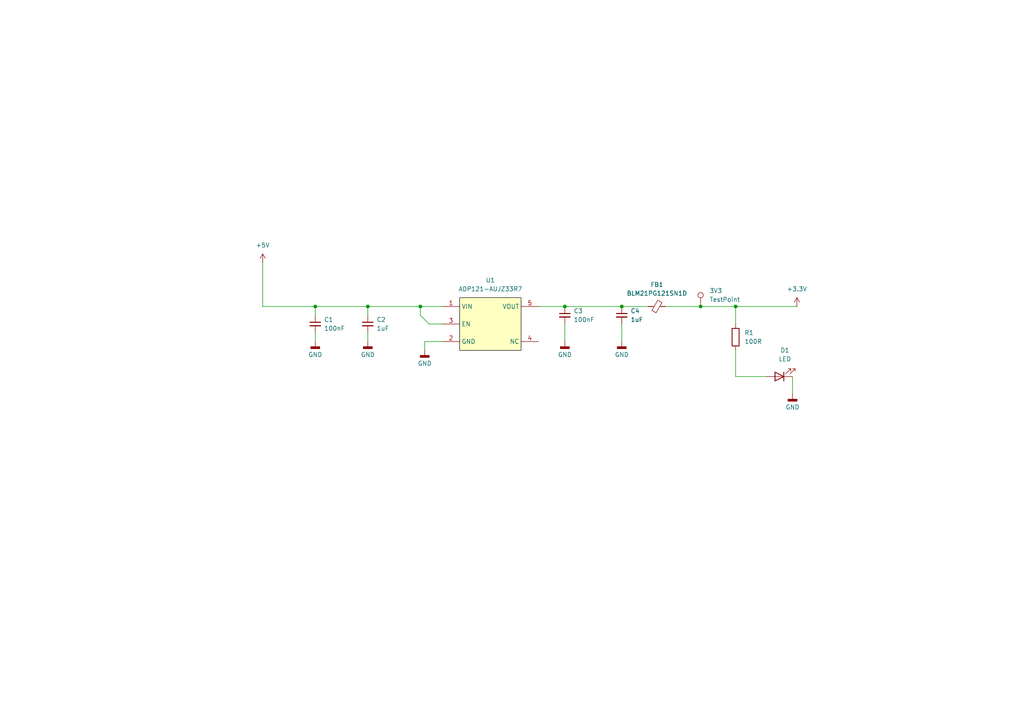
<source format=kicad_sch>
(kicad_sch (version 20250114) (generator "eeschema") (generator_version "9.0")
  (paper "A4")
  (title_block (title "ESP MACRO PAD") (rev "1") (company "Ronald Tun"))
  (lib_symbols
    (symbol "Connector:TestPoint" (pin_numbers (hide yes)) (pin_names (offset 0.762) (hide yes))
      (property "Reference" "TP" (at 0 6.858 0))
      (property "Value" "TestPoint" (at 0 5.08 0))
      (symbol "TestPoint_0_1"
        (circle (center 0 3.302) (radius 0.762))
      )
      (symbol "TestPoint_1_1"
        (pin passive line (at 0 0 90) (length 2.54) (name "1") (number "1"))
      )
    )
    (symbol "Device:C_Small" (pin_numbers (hide yes)) (pin_names (offset 0.254) (hide yes))
      (property "Reference" "C" (at 0.254 1.778 0))
      (property "Value" "C_Small" (at 0.254 -2.032 0))
      (symbol "C_Small_0_1"
        (polyline (pts (xy -1.524 0.508) (xy 1.524 0.508)) (stroke (width 0.3048)))
        (polyline (pts (xy -1.524 -0.508) (xy 1.524 -0.508)) (stroke (width 0.3302)))
      )
      (symbol "C_Small_1_1"
        (pin passive line (at 0 2.54 270) (length 2.032) (name "~") (number "1"))
        (pin passive line (at 0 -2.54 90) (length 2.032) (name "~") (number "2"))
      )
    )
    (symbol "Device:FerriteBead_Small" (pin_numbers (hide yes)) (pin_names (offset 0))
      (property "Reference" "FB" (at 1.905 1.27 0))
      (property "Value" "FerriteBead_Small" (at 1.905 -1.27 0))
      (symbol "FerriteBead_Small_0_1"
        (polyline (pts (xy -1.8288 0.2794) (xy -1.1176 1.4986) (xy 1.8288 -0.2032) (xy 1.1176 -1.4224) (xy -1.8288 0.2794)))
        (polyline (pts (xy 0 0.889) (xy 0 1.2954)))
        (polyline (pts (xy 0 -1.27) (xy 0 -0.7874)))
      )
      (symbol "FerriteBead_Small_1_1"
        (pin passive line (at 0 2.54 270) (length 1.27) (name "~") (number "1"))
        (pin passive line (at 0 -2.54 90) (length 1.27) (name "~") (number "2"))
      )
    )
    (symbol "Device:LED" (pin_numbers (hide yes)) (pin_names (offset 1.016) (hide yes))
      (property "Reference" "D" (at 0 2.54 0))
      (property "Value" "LED" (at 0 -2.54 0))
      (symbol "LED_0_1"
        (polyline (pts (xy -3.048 -0.762) (xy -4.572 -2.286) (xy -3.81 -2.286) (xy -4.572 -2.286) (xy -4.572 -1.524)))
        (polyline (pts (xy -1.778 -0.762) (xy -3.302 -2.286) (xy -2.54 -2.286) (xy -3.302 -2.286) (xy -3.302 -1.524)))
        (polyline (pts (xy -1.27 0) (xy 1.27 0)))
        (polyline (pts (xy -1.27 -1.27) (xy -1.27 1.27)) (stroke (width 0.254)))
        (polyline (pts (xy 1.27 -1.27) (xy 1.27 1.27) (xy -1.27 0) (xy 1.27 -1.27)) (stroke (width 0.254)))
      )
      (symbol "LED_1_1"
        (pin passive line (at -3.81 0 0) (length 2.54) (name "K") (number "1"))
        (pin passive line (at 3.81 0 180) (length 2.54) (name "A") (number "2"))
      )
    )
    (symbol "Device:R" (pin_numbers (hide yes)) (pin_names (offset 0))
      (property "Reference" "R" (at 2.032 0 90))
      (property "Value" "R" (at 0 0 90))
      (symbol "R_0_1"
        (rectangle (start -1.016 -2.54) (end 1.016 2.54) (stroke (width 0.254)))
      )
      (symbol "R_1_1"
        (pin passive line (at 0 3.81 270) (length 1.27) (name "~") (number "1"))
        (pin passive line (at 0 -3.81 90) (length 1.27) (name "~") (number "2"))
      )
    )
    (symbol "ESP_32_MacroPad-altium-import:Power_0_ADP121-AUJZ33R7_Curtin Motorsport Team"
      (symbol "Power_0_ADP121-AUJZ33R7_Curtin Motorsport Team_1_0"
        (rectangle (start 22.86 2.54) (end 5.08 -12.7) (stroke (width 0) (color 0 0 0 1)) (fill (type background)))
        (pin passive line (at 0 0 0) (length 5.08) (name "VIN") (number "1"))
        (pin passive line (at 0 -5.08 0) (length 5.08) (name "EN") (number "3"))
        (pin passive line (at 0 -10.16 0) (length 5.08) (name "GND") (number "2"))
        (pin passive line (at 27.94 0 180) (length 5.08) (name "VOUT") (number "5"))
        (pin passive line (at 27.94 -10.16 180) (length 5.08) (name "NC") (number "4"))
      )
    )
    (symbol "power:+3.3V" (power) (pin_numbers (hide yes)) (pin_names (offset 0) (hide yes))
      (property "Value" "+3.3V" (at 0 3.556 0))
      (symbol "+3.3V_0_1"
        (polyline (pts (xy -0.762 1.27) (xy 0 2.54)))
        (polyline (pts (xy 0 2.54) (xy 0.762 1.27)))
        (polyline (pts (xy 0 0) (xy 0 2.54)))
      )
      (symbol "+3.3V_1_1"
        (pin power_in line (at 0 0 90) (length 0) (name "~") (number "1"))
      )
    )
    (symbol "power:+5V" (power) (pin_numbers (hide yes)) (pin_names (offset 0) (hide yes))
      (property "Value" "+5V" (at 0 3.556 0))
      (symbol "+5V_0_1"
        (polyline (pts (xy -0.762 1.27) (xy 0 2.54)))
        (polyline (pts (xy 0 2.54) (xy 0.762 1.27)))
        (polyline (pts (xy 0 0) (xy 0 2.54)))
      )
      (symbol "+5V_1_1"
        (pin power_in line (at 0 0 90) (length 0) (name "~") (number "1"))
      )
    )
    (symbol "power:GNDD" (power) (pin_numbers (hide yes)) (pin_names (offset 0) (hide yes))
      (property "Value" "GNDD" (at 0 -3.175 0))
      (symbol "GNDD_0_1"
        (rectangle (start -1.27 -1.524) (end 1.27 -2.032) (stroke (width 0.254)) (fill (type outline)))
        (polyline (pts (xy 0 0) (xy 0 -1.524)))
      )
      (symbol "GNDD_1_1"
        (pin power_in line (at 0 0 270) (length 0) (name "~") (number "1"))
      )
    )
  )
  (junction (at 163.83 88.9))
  (junction (at 106.68 88.9))
  (junction (at 121.92 88.9))
  (junction (at 213.36 88.9))
  (junction (at 180.34 88.9))
  (junction (at 91.44 88.9))
  (junction (at 203.2 88.9))
  (wire (pts (xy 213.36 88.9) (xy 231.14 88.9)))
  (wire (pts (xy 213.36 88.9) (xy 213.36 93.98)))
  (wire (pts (xy 163.83 93.98) (xy 163.83 99.06)))
  (wire (pts (xy 91.44 88.9) (xy 106.68 88.9)))
  (wire (pts (xy 121.92 88.9) (xy 128.27 88.9)))
  (wire (pts (xy 163.83 88.9) (xy 180.34 88.9)))
  (wire (pts (xy 76.2 88.9) (xy 91.44 88.9)))
  (wire (pts (xy 180.34 93.98) (xy 180.34 99.06)))
  (wire (pts (xy 123.19 101.6) (xy 123.19 99.06)))
  (wire (pts (xy 203.2 88.9) (xy 213.36 88.9)))
  (wire (pts (xy 124.46 93.98) (xy 121.92 91.44)))
  (wire (pts (xy 229.87 109.22) (xy 229.87 114.3)))
  (wire (pts (xy 106.68 88.9) (xy 106.68 91.44)))
  (wire (pts (xy 193.04 88.9) (xy 203.2 88.9)))
  (wire (pts (xy 213.36 109.22) (xy 222.25 109.22)))
  (wire (pts (xy 213.36 101.6) (xy 213.36 109.22)))
  (wire (pts (xy 106.68 88.9) (xy 121.92 88.9)))
  (wire (pts (xy 91.44 99.06) (xy 91.44 96.52)))
  (wire (pts (xy 123.19 99.06) (xy 128.27 99.06)))
  (wire (pts (xy 121.92 88.9) (xy 121.92 91.44)))
  (wire (pts (xy 91.44 88.9) (xy 91.44 91.44)))
  (wire (pts (xy 128.27 93.98) (xy 124.46 93.98)))
  (wire (pts (xy 76.2 76.2) (xy 76.2 88.9)))
  (wire (pts (xy 106.68 96.52) (xy 106.68 99.06)))
  (wire (pts (xy 156.21 88.9) (xy 163.83 88.9)))
  (wire (pts (xy 180.34 88.9) (xy 187.96 88.9)))
  (symbol (lib_id "power:GNDD") (at 123.19 101.6 0) (unit 1)
    (property "Reference" "#PWR04" (effects (hide yes)))
    (property "Value" "GND" (at 123.19 105.41 0))
    (property "Description" "Power symbol creates a global label with name \"GNDD\" , digital ground" (effects (hide yes)))
  )
  (symbol (lib_id "power:+3.3V") (at 231.14 88.9 0) (unit 1)
    (property "Reference" "#PWR08" (effects (hide yes)))
    (property "Value" "+3.3V" (at 231.14 83.82 0))
    (property "Description" "Power symbol creates a global label with name \"+3.3V\"" (effects (hide yes)))
  )
  (symbol (lib_id "Device:C_Small") (at 106.68 93.98 0) (unit 1)
    (property "Reference" "C2" (at 109.22 92.7162 0) (effects (justify left)))
    (property "Value" "1uF" (at 109.22 95.2562 0) (effects (justify left)))
    (property "Description" "Unpolarized capacitor, small symbol" (effects (hide yes)))
  )
  (symbol (lib_id "Device:FerriteBead_Small") (at 190.5 88.9 270) (unit 1)
    (property "Reference" "FB1" (at 190.5381 82.55 90))
    (property "Value" "BLM21PG121SN1D" (at 190.5381 85.09 90))
    (property "Footprint" "Inductor_SMD:L_0603_1608Metric_Pad1.05x0.95mm_HandSolder" (effects (hide yes)))
    (property "Datasheet" "https://www.murata.com/en-us/products/en-us/products/productdata/8796738977822/ENFA0005.pdf" (effects (hide yes)))
    (property "Description" "Ferrite bead, small symbol" (effects (hide yes)))
  )
  (symbol (lib_id "Device:C_Small") (at 163.83 91.44 0) (unit 1)
    (property "Reference" "C3" (at 166.37 90.1762 0) (effects (justify left)))
    (property "Value" "100nF" (at 166.37 92.7162 0) (effects (justify left)))
    (property "Description" "Unpolarized capacitor, small symbol" (effects (hide yes)))
  )
  (symbol (lib_id "power:GNDD") (at 180.34 99.06 0) (unit 1)
    (property "Reference" "#PWR06" (effects (hide yes)))
    (property "Value" "GND" (at 180.34 102.87 0))
    (property "Description" "Power symbol creates a global label with name \"GNDD\" , digital ground" (effects (hide yes)))
  )
  (symbol (lib_id "ESP_32_MacroPad-altium-import:Power_0_ADP121-AUJZ33R7_Curtin Motorsport Team") (at 128.27 88.9 0) (unit 1)
    (property "Reference" "U1" (at 142.24 81.28 0))
    (property "Value" "ADP121-AUJZ33R7" (at 142.24 83.82 0))
    (property "Description" "Integrated Circuit" (effects (hide yes)))
  )
  (symbol (lib_id "Connector:TestPoint") (at 203.2 88.9 0) (unit 1)
    (property "Reference" "3V3" (at 205.74 84.3279 0) (effects (justify left)))
    (property "Value" "TestPoint" (at 205.74 86.8679 0) (effects (justify left)))
    (property "Description" "test point" (effects (hide yes)))
  )
  (symbol (lib_id "Device:C_Small") (at 91.44 93.98 0) (unit 1)
    (property "Reference" "C1" (at 93.98 92.7162 0) (effects (justify left)))
    (property "Value" "100nF" (at 93.98 95.2562 0) (effects (justify left)))
    (property "Description" "Unpolarized capacitor, small symbol" (effects (hide yes)))
  )
  (symbol (lib_id "Device:LED") (at 226.06 109.22 180) (unit 1)
    (property "Reference" "D1" (at 227.6475 101.6 0))
    (property "Value" "LED" (at 227.6475 104.14 0))
    (property "Description" "Light emitting diode" (effects (hide yes)))
    (property "Sim.Pins" "1=K 2=A" (effects (hide yes)))
  )
  (symbol (lib_id "power:GNDD") (at 106.68 99.06 0) (unit 1)
    (property "Reference" "#PWR03" (effects (hide yes)))
    (property "Value" "GND" (at 106.68 102.87 0))
    (property "Description" "Power symbol creates a global label with name \"GNDD\" , digital ground" (effects (hide yes)))
  )
  (symbol (lib_id "power:GNDD") (at 91.44 99.06 0) (unit 1)
    (property "Reference" "#PWR02" (effects (hide yes)))
    (property "Value" "GND" (at 91.44 102.87 0))
    (property "Description" "Power symbol creates a global label with name \"GNDD\" , digital ground" (effects (hide yes)))
  )
  (symbol (lib_id "power:GNDD") (at 163.83 99.06 0) (unit 1)
    (property "Reference" "#PWR05" (effects (hide yes)))
    (property "Value" "GND" (at 163.83 102.87 0))
    (property "Description" "Power symbol creates a global label with name \"GNDD\" , digital ground" (effects (hide yes)))
  )
  (symbol (lib_id "Device:C_Small") (at 180.34 91.44 0) (unit 1)
    (property "Reference" "C4" (at 182.88 90.1762 0) (effects (justify left)))
    (property "Value" "1uF" (at 182.88 92.7162 0) (effects (justify left)))
    (property "Description" "Unpolarized capacitor, small symbol" (effects (hide yes)))
  )
  (symbol (lib_id "power:+5V") (at 76.2 76.2 0) (unit 1)
    (property "Reference" "#PWR01" (effects (hide yes)))
    (property "Value" "+5V" (at 76.2 71.12 0))
    (property "Description" "Power symbol creates a global label with name \"+5V\"" (effects (hide yes)))
  )
  (symbol (lib_id "power:GNDD") (at 229.87 114.3 0) (unit 1)
    (property "Reference" "#PWR07" (effects (hide yes)))
    (property "Value" "GND" (at 229.87 118.11 0))
    (property "Description" "Power symbol creates a global label with name \"GNDD\" , digital ground" (effects (hide yes)))
  )
  (symbol (lib_id "Device:R") (at 213.36 97.79 0) (unit 1)
    (property "Reference" "R1" (at 215.9 96.5199 0) (effects (justify left)))
    (property "Value" "100R" (at 215.9 99.0599 0) (effects (justify left)))
    (property "Footprint" "Resistor_SMD:R_0603_1608Metric" (effects (hide yes)))
    (property "Description" "Resistor" (effects (hide yes)))
  )
)
</source>
